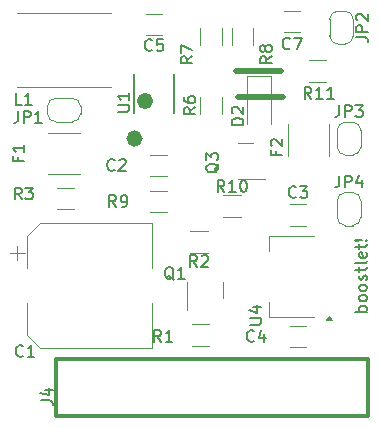
<source format=gto>
G04 #@! TF.GenerationSoftware,KiCad,Pcbnew,8.0.1-rc1*
G04 #@! TF.CreationDate,2024-03-16T10:33:16-04:00*
G04 #@! TF.ProjectId,boostlet,626f6f73-746c-4657-942e-6b696361645f,rev?*
G04 #@! TF.SameCoordinates,Original*
G04 #@! TF.FileFunction,Legend,Top*
G04 #@! TF.FilePolarity,Positive*
%FSLAX46Y46*%
G04 Gerber Fmt 4.6, Leading zero omitted, Abs format (unit mm)*
G04 Created by KiCad (PCBNEW 8.0.1-rc1) date 2024-03-16 10:33:16*
%MOMM*%
%LPD*%
G01*
G04 APERTURE LIST*
%ADD10C,0.500000*%
%ADD11C,0.707905*%
%ADD12C,0.150000*%
%ADD13C,0.200000*%
%ADD14C,0.120000*%
%ADD15C,0.152400*%
%ADD16C,0.300000*%
G04 APERTURE END LIST*
D10*
X125349000Y-85979000D02*
X129159000Y-85979000D01*
X125476000Y-88138000D02*
X129286000Y-88138000D01*
D11*
X117066952Y-91694000D02*
G75*
G02*
X116359048Y-91694000I-353952J0D01*
G01*
X116359048Y-91694000D02*
G75*
G02*
X117066952Y-91694000I353952J0D01*
G01*
X117955952Y-88519000D02*
G75*
G02*
X117248048Y-88519000I-353952J0D01*
G01*
X117248048Y-88519000D02*
G75*
G02*
X117955952Y-88519000I353952J0D01*
G01*
D12*
X136394819Y-106343220D02*
X135394819Y-106343220D01*
X135775771Y-106343220D02*
X135728152Y-106247982D01*
X135728152Y-106247982D02*
X135728152Y-106057506D01*
X135728152Y-106057506D02*
X135775771Y-105962268D01*
X135775771Y-105962268D02*
X135823390Y-105914649D01*
X135823390Y-105914649D02*
X135918628Y-105867030D01*
X135918628Y-105867030D02*
X136204342Y-105867030D01*
X136204342Y-105867030D02*
X136299580Y-105914649D01*
X136299580Y-105914649D02*
X136347200Y-105962268D01*
X136347200Y-105962268D02*
X136394819Y-106057506D01*
X136394819Y-106057506D02*
X136394819Y-106247982D01*
X136394819Y-106247982D02*
X136347200Y-106343220D01*
X136394819Y-105295601D02*
X136347200Y-105390839D01*
X136347200Y-105390839D02*
X136299580Y-105438458D01*
X136299580Y-105438458D02*
X136204342Y-105486077D01*
X136204342Y-105486077D02*
X135918628Y-105486077D01*
X135918628Y-105486077D02*
X135823390Y-105438458D01*
X135823390Y-105438458D02*
X135775771Y-105390839D01*
X135775771Y-105390839D02*
X135728152Y-105295601D01*
X135728152Y-105295601D02*
X135728152Y-105152744D01*
X135728152Y-105152744D02*
X135775771Y-105057506D01*
X135775771Y-105057506D02*
X135823390Y-105009887D01*
X135823390Y-105009887D02*
X135918628Y-104962268D01*
X135918628Y-104962268D02*
X136204342Y-104962268D01*
X136204342Y-104962268D02*
X136299580Y-105009887D01*
X136299580Y-105009887D02*
X136347200Y-105057506D01*
X136347200Y-105057506D02*
X136394819Y-105152744D01*
X136394819Y-105152744D02*
X136394819Y-105295601D01*
X136394819Y-104390839D02*
X136347200Y-104486077D01*
X136347200Y-104486077D02*
X136299580Y-104533696D01*
X136299580Y-104533696D02*
X136204342Y-104581315D01*
X136204342Y-104581315D02*
X135918628Y-104581315D01*
X135918628Y-104581315D02*
X135823390Y-104533696D01*
X135823390Y-104533696D02*
X135775771Y-104486077D01*
X135775771Y-104486077D02*
X135728152Y-104390839D01*
X135728152Y-104390839D02*
X135728152Y-104247982D01*
X135728152Y-104247982D02*
X135775771Y-104152744D01*
X135775771Y-104152744D02*
X135823390Y-104105125D01*
X135823390Y-104105125D02*
X135918628Y-104057506D01*
X135918628Y-104057506D02*
X136204342Y-104057506D01*
X136204342Y-104057506D02*
X136299580Y-104105125D01*
X136299580Y-104105125D02*
X136347200Y-104152744D01*
X136347200Y-104152744D02*
X136394819Y-104247982D01*
X136394819Y-104247982D02*
X136394819Y-104390839D01*
X136347200Y-103676553D02*
X136394819Y-103581315D01*
X136394819Y-103581315D02*
X136394819Y-103390839D01*
X136394819Y-103390839D02*
X136347200Y-103295601D01*
X136347200Y-103295601D02*
X136251961Y-103247982D01*
X136251961Y-103247982D02*
X136204342Y-103247982D01*
X136204342Y-103247982D02*
X136109104Y-103295601D01*
X136109104Y-103295601D02*
X136061485Y-103390839D01*
X136061485Y-103390839D02*
X136061485Y-103533696D01*
X136061485Y-103533696D02*
X136013866Y-103628934D01*
X136013866Y-103628934D02*
X135918628Y-103676553D01*
X135918628Y-103676553D02*
X135871009Y-103676553D01*
X135871009Y-103676553D02*
X135775771Y-103628934D01*
X135775771Y-103628934D02*
X135728152Y-103533696D01*
X135728152Y-103533696D02*
X135728152Y-103390839D01*
X135728152Y-103390839D02*
X135775771Y-103295601D01*
X135728152Y-102962267D02*
X135728152Y-102581315D01*
X135394819Y-102819410D02*
X136251961Y-102819410D01*
X136251961Y-102819410D02*
X136347200Y-102771791D01*
X136347200Y-102771791D02*
X136394819Y-102676553D01*
X136394819Y-102676553D02*
X136394819Y-102581315D01*
X136394819Y-102105124D02*
X136347200Y-102200362D01*
X136347200Y-102200362D02*
X136251961Y-102247981D01*
X136251961Y-102247981D02*
X135394819Y-102247981D01*
X136347200Y-101343219D02*
X136394819Y-101438457D01*
X136394819Y-101438457D02*
X136394819Y-101628933D01*
X136394819Y-101628933D02*
X136347200Y-101724171D01*
X136347200Y-101724171D02*
X136251961Y-101771790D01*
X136251961Y-101771790D02*
X135871009Y-101771790D01*
X135871009Y-101771790D02*
X135775771Y-101724171D01*
X135775771Y-101724171D02*
X135728152Y-101628933D01*
X135728152Y-101628933D02*
X135728152Y-101438457D01*
X135728152Y-101438457D02*
X135775771Y-101343219D01*
X135775771Y-101343219D02*
X135871009Y-101295600D01*
X135871009Y-101295600D02*
X135966247Y-101295600D01*
X135966247Y-101295600D02*
X136061485Y-101771790D01*
X135728152Y-101009885D02*
X135728152Y-100628933D01*
X135394819Y-100867028D02*
X136251961Y-100867028D01*
X136251961Y-100867028D02*
X136347200Y-100819409D01*
X136347200Y-100819409D02*
X136394819Y-100724171D01*
X136394819Y-100724171D02*
X136394819Y-100628933D01*
X136299580Y-100295599D02*
X136347200Y-100247980D01*
X136347200Y-100247980D02*
X136394819Y-100295599D01*
X136394819Y-100295599D02*
X136347200Y-100343218D01*
X136347200Y-100343218D02*
X136299580Y-100295599D01*
X136299580Y-100295599D02*
X136394819Y-100295599D01*
X136013866Y-100295599D02*
X135442438Y-100343218D01*
X135442438Y-100343218D02*
X135394819Y-100295599D01*
X135394819Y-100295599D02*
X135442438Y-100247980D01*
X135442438Y-100247980D02*
X136013866Y-100295599D01*
X136013866Y-100295599D02*
X135394819Y-100295599D01*
X107275333Y-110087580D02*
X107227714Y-110135200D01*
X107227714Y-110135200D02*
X107084857Y-110182819D01*
X107084857Y-110182819D02*
X106989619Y-110182819D01*
X106989619Y-110182819D02*
X106846762Y-110135200D01*
X106846762Y-110135200D02*
X106751524Y-110039961D01*
X106751524Y-110039961D02*
X106703905Y-109944723D01*
X106703905Y-109944723D02*
X106656286Y-109754247D01*
X106656286Y-109754247D02*
X106656286Y-109611390D01*
X106656286Y-109611390D02*
X106703905Y-109420914D01*
X106703905Y-109420914D02*
X106751524Y-109325676D01*
X106751524Y-109325676D02*
X106846762Y-109230438D01*
X106846762Y-109230438D02*
X106989619Y-109182819D01*
X106989619Y-109182819D02*
X107084857Y-109182819D01*
X107084857Y-109182819D02*
X107227714Y-109230438D01*
X107227714Y-109230438D02*
X107275333Y-109278057D01*
X108227714Y-110182819D02*
X107656286Y-110182819D01*
X107942000Y-110182819D02*
X107942000Y-109182819D01*
X107942000Y-109182819D02*
X107846762Y-109325676D01*
X107846762Y-109325676D02*
X107751524Y-109420914D01*
X107751524Y-109420914D02*
X107656286Y-109468533D01*
X128343819Y-84748666D02*
X127867628Y-85081999D01*
X128343819Y-85320094D02*
X127343819Y-85320094D01*
X127343819Y-85320094D02*
X127343819Y-84939142D01*
X127343819Y-84939142D02*
X127391438Y-84843904D01*
X127391438Y-84843904D02*
X127439057Y-84796285D01*
X127439057Y-84796285D02*
X127534295Y-84748666D01*
X127534295Y-84748666D02*
X127677152Y-84748666D01*
X127677152Y-84748666D02*
X127772390Y-84796285D01*
X127772390Y-84796285D02*
X127820009Y-84843904D01*
X127820009Y-84843904D02*
X127867628Y-84939142D01*
X127867628Y-84939142D02*
X127867628Y-85320094D01*
X127772390Y-84177237D02*
X127724771Y-84272475D01*
X127724771Y-84272475D02*
X127677152Y-84320094D01*
X127677152Y-84320094D02*
X127581914Y-84367713D01*
X127581914Y-84367713D02*
X127534295Y-84367713D01*
X127534295Y-84367713D02*
X127439057Y-84320094D01*
X127439057Y-84320094D02*
X127391438Y-84272475D01*
X127391438Y-84272475D02*
X127343819Y-84177237D01*
X127343819Y-84177237D02*
X127343819Y-83986761D01*
X127343819Y-83986761D02*
X127391438Y-83891523D01*
X127391438Y-83891523D02*
X127439057Y-83843904D01*
X127439057Y-83843904D02*
X127534295Y-83796285D01*
X127534295Y-83796285D02*
X127581914Y-83796285D01*
X127581914Y-83796285D02*
X127677152Y-83843904D01*
X127677152Y-83843904D02*
X127724771Y-83891523D01*
X127724771Y-83891523D02*
X127772390Y-83986761D01*
X127772390Y-83986761D02*
X127772390Y-84177237D01*
X127772390Y-84177237D02*
X127820009Y-84272475D01*
X127820009Y-84272475D02*
X127867628Y-84320094D01*
X127867628Y-84320094D02*
X127962866Y-84367713D01*
X127962866Y-84367713D02*
X128153342Y-84367713D01*
X128153342Y-84367713D02*
X128248580Y-84320094D01*
X128248580Y-84320094D02*
X128296200Y-84272475D01*
X128296200Y-84272475D02*
X128343819Y-84177237D01*
X128343819Y-84177237D02*
X128343819Y-83986761D01*
X128343819Y-83986761D02*
X128296200Y-83891523D01*
X128296200Y-83891523D02*
X128248580Y-83843904D01*
X128248580Y-83843904D02*
X128153342Y-83796285D01*
X128153342Y-83796285D02*
X127962866Y-83796285D01*
X127962866Y-83796285D02*
X127867628Y-83843904D01*
X127867628Y-83843904D02*
X127820009Y-83891523D01*
X127820009Y-83891523D02*
X127772390Y-83986761D01*
X115278819Y-89407904D02*
X116088342Y-89407904D01*
X116088342Y-89407904D02*
X116183580Y-89360285D01*
X116183580Y-89360285D02*
X116231200Y-89312666D01*
X116231200Y-89312666D02*
X116278819Y-89217428D01*
X116278819Y-89217428D02*
X116278819Y-89026952D01*
X116278819Y-89026952D02*
X116231200Y-88931714D01*
X116231200Y-88931714D02*
X116183580Y-88884095D01*
X116183580Y-88884095D02*
X116088342Y-88836476D01*
X116088342Y-88836476D02*
X115278819Y-88836476D01*
X116278819Y-87836476D02*
X116278819Y-88407904D01*
X116278819Y-88122190D02*
X115278819Y-88122190D01*
X115278819Y-88122190D02*
X115421676Y-88217428D01*
X115421676Y-88217428D02*
X115516914Y-88312666D01*
X115516914Y-88312666D02*
X115564533Y-88407904D01*
X107148333Y-96847819D02*
X106815000Y-96371628D01*
X106576905Y-96847819D02*
X106576905Y-95847819D01*
X106576905Y-95847819D02*
X106957857Y-95847819D01*
X106957857Y-95847819D02*
X107053095Y-95895438D01*
X107053095Y-95895438D02*
X107100714Y-95943057D01*
X107100714Y-95943057D02*
X107148333Y-96038295D01*
X107148333Y-96038295D02*
X107148333Y-96181152D01*
X107148333Y-96181152D02*
X107100714Y-96276390D01*
X107100714Y-96276390D02*
X107053095Y-96324009D01*
X107053095Y-96324009D02*
X106957857Y-96371628D01*
X106957857Y-96371628D02*
X106576905Y-96371628D01*
X107481667Y-95847819D02*
X108100714Y-95847819D01*
X108100714Y-95847819D02*
X107767381Y-96228771D01*
X107767381Y-96228771D02*
X107910238Y-96228771D01*
X107910238Y-96228771D02*
X108005476Y-96276390D01*
X108005476Y-96276390D02*
X108053095Y-96324009D01*
X108053095Y-96324009D02*
X108100714Y-96419247D01*
X108100714Y-96419247D02*
X108100714Y-96657342D01*
X108100714Y-96657342D02*
X108053095Y-96752580D01*
X108053095Y-96752580D02*
X108005476Y-96800200D01*
X108005476Y-96800200D02*
X107910238Y-96847819D01*
X107910238Y-96847819D02*
X107624524Y-96847819D01*
X107624524Y-96847819D02*
X107529286Y-96800200D01*
X107529286Y-96800200D02*
X107481667Y-96752580D01*
X134040666Y-88862819D02*
X134040666Y-89577104D01*
X134040666Y-89577104D02*
X133993047Y-89719961D01*
X133993047Y-89719961D02*
X133897809Y-89815200D01*
X133897809Y-89815200D02*
X133754952Y-89862819D01*
X133754952Y-89862819D02*
X133659714Y-89862819D01*
X134516857Y-89862819D02*
X134516857Y-88862819D01*
X134516857Y-88862819D02*
X134897809Y-88862819D01*
X134897809Y-88862819D02*
X134993047Y-88910438D01*
X134993047Y-88910438D02*
X135040666Y-88958057D01*
X135040666Y-88958057D02*
X135088285Y-89053295D01*
X135088285Y-89053295D02*
X135088285Y-89196152D01*
X135088285Y-89196152D02*
X135040666Y-89291390D01*
X135040666Y-89291390D02*
X134993047Y-89339009D01*
X134993047Y-89339009D02*
X134897809Y-89386628D01*
X134897809Y-89386628D02*
X134516857Y-89386628D01*
X135421619Y-88862819D02*
X136040666Y-88862819D01*
X136040666Y-88862819D02*
X135707333Y-89243771D01*
X135707333Y-89243771D02*
X135850190Y-89243771D01*
X135850190Y-89243771D02*
X135945428Y-89291390D01*
X135945428Y-89291390D02*
X135993047Y-89339009D01*
X135993047Y-89339009D02*
X136040666Y-89434247D01*
X136040666Y-89434247D02*
X136040666Y-89672342D01*
X136040666Y-89672342D02*
X135993047Y-89767580D01*
X135993047Y-89767580D02*
X135945428Y-89815200D01*
X135945428Y-89815200D02*
X135850190Y-89862819D01*
X135850190Y-89862819D02*
X135564476Y-89862819D01*
X135564476Y-89862819D02*
X135469238Y-89815200D01*
X135469238Y-89815200D02*
X135421619Y-89767580D01*
X135493819Y-83129333D02*
X136208104Y-83129333D01*
X136208104Y-83129333D02*
X136350961Y-83176952D01*
X136350961Y-83176952D02*
X136446200Y-83272190D01*
X136446200Y-83272190D02*
X136493819Y-83415047D01*
X136493819Y-83415047D02*
X136493819Y-83510285D01*
X136493819Y-82653142D02*
X135493819Y-82653142D01*
X135493819Y-82653142D02*
X135493819Y-82272190D01*
X135493819Y-82272190D02*
X135541438Y-82176952D01*
X135541438Y-82176952D02*
X135589057Y-82129333D01*
X135589057Y-82129333D02*
X135684295Y-82081714D01*
X135684295Y-82081714D02*
X135827152Y-82081714D01*
X135827152Y-82081714D02*
X135922390Y-82129333D01*
X135922390Y-82129333D02*
X135970009Y-82176952D01*
X135970009Y-82176952D02*
X136017628Y-82272190D01*
X136017628Y-82272190D02*
X136017628Y-82653142D01*
X135589057Y-81700761D02*
X135541438Y-81653142D01*
X135541438Y-81653142D02*
X135493819Y-81557904D01*
X135493819Y-81557904D02*
X135493819Y-81319809D01*
X135493819Y-81319809D02*
X135541438Y-81224571D01*
X135541438Y-81224571D02*
X135589057Y-81176952D01*
X135589057Y-81176952D02*
X135684295Y-81129333D01*
X135684295Y-81129333D02*
X135779533Y-81129333D01*
X135779533Y-81129333D02*
X135922390Y-81176952D01*
X135922390Y-81176952D02*
X136493819Y-81748380D01*
X136493819Y-81748380D02*
X136493819Y-81129333D01*
X115149333Y-97482818D02*
X114816000Y-97006627D01*
X114577905Y-97482818D02*
X114577905Y-96482818D01*
X114577905Y-96482818D02*
X114958857Y-96482818D01*
X114958857Y-96482818D02*
X115054095Y-96530437D01*
X115054095Y-96530437D02*
X115101714Y-96578056D01*
X115101714Y-96578056D02*
X115149333Y-96673294D01*
X115149333Y-96673294D02*
X115149333Y-96816151D01*
X115149333Y-96816151D02*
X115101714Y-96911389D01*
X115101714Y-96911389D02*
X115054095Y-96959008D01*
X115054095Y-96959008D02*
X114958857Y-97006627D01*
X114958857Y-97006627D02*
X114577905Y-97006627D01*
X115625524Y-97482818D02*
X115816000Y-97482818D01*
X115816000Y-97482818D02*
X115911238Y-97435199D01*
X115911238Y-97435199D02*
X115958857Y-97387579D01*
X115958857Y-97387579D02*
X116054095Y-97244722D01*
X116054095Y-97244722D02*
X116101714Y-97054246D01*
X116101714Y-97054246D02*
X116101714Y-96673294D01*
X116101714Y-96673294D02*
X116054095Y-96578056D01*
X116054095Y-96578056D02*
X116006476Y-96530437D01*
X116006476Y-96530437D02*
X115911238Y-96482818D01*
X115911238Y-96482818D02*
X115720762Y-96482818D01*
X115720762Y-96482818D02*
X115625524Y-96530437D01*
X115625524Y-96530437D02*
X115577905Y-96578056D01*
X115577905Y-96578056D02*
X115530286Y-96673294D01*
X115530286Y-96673294D02*
X115530286Y-96911389D01*
X115530286Y-96911389D02*
X115577905Y-97006627D01*
X115577905Y-97006627D02*
X115625524Y-97054246D01*
X115625524Y-97054246D02*
X115720762Y-97101865D01*
X115720762Y-97101865D02*
X115911238Y-97101865D01*
X115911238Y-97101865D02*
X116006476Y-97054246D01*
X116006476Y-97054246D02*
X116054095Y-97006627D01*
X116054095Y-97006627D02*
X116101714Y-96911389D01*
X121612819Y-84748666D02*
X121136628Y-85081999D01*
X121612819Y-85320094D02*
X120612819Y-85320094D01*
X120612819Y-85320094D02*
X120612819Y-84939142D01*
X120612819Y-84939142D02*
X120660438Y-84843904D01*
X120660438Y-84843904D02*
X120708057Y-84796285D01*
X120708057Y-84796285D02*
X120803295Y-84748666D01*
X120803295Y-84748666D02*
X120946152Y-84748666D01*
X120946152Y-84748666D02*
X121041390Y-84796285D01*
X121041390Y-84796285D02*
X121089009Y-84843904D01*
X121089009Y-84843904D02*
X121136628Y-84939142D01*
X121136628Y-84939142D02*
X121136628Y-85320094D01*
X120612819Y-84415332D02*
X120612819Y-83748666D01*
X120612819Y-83748666D02*
X121612819Y-84177237D01*
X118959333Y-108912819D02*
X118626000Y-108436628D01*
X118387905Y-108912819D02*
X118387905Y-107912819D01*
X118387905Y-107912819D02*
X118768857Y-107912819D01*
X118768857Y-107912819D02*
X118864095Y-107960438D01*
X118864095Y-107960438D02*
X118911714Y-108008057D01*
X118911714Y-108008057D02*
X118959333Y-108103295D01*
X118959333Y-108103295D02*
X118959333Y-108246152D01*
X118959333Y-108246152D02*
X118911714Y-108341390D01*
X118911714Y-108341390D02*
X118864095Y-108389009D01*
X118864095Y-108389009D02*
X118768857Y-108436628D01*
X118768857Y-108436628D02*
X118387905Y-108436628D01*
X119911714Y-108912819D02*
X119340286Y-108912819D01*
X119626000Y-108912819D02*
X119626000Y-107912819D01*
X119626000Y-107912819D02*
X119530762Y-108055676D01*
X119530762Y-108055676D02*
X119435524Y-108150914D01*
X119435524Y-108150914D02*
X119340286Y-108198533D01*
X131691142Y-88338819D02*
X131357809Y-87862628D01*
X131119714Y-88338819D02*
X131119714Y-87338819D01*
X131119714Y-87338819D02*
X131500666Y-87338819D01*
X131500666Y-87338819D02*
X131595904Y-87386438D01*
X131595904Y-87386438D02*
X131643523Y-87434057D01*
X131643523Y-87434057D02*
X131691142Y-87529295D01*
X131691142Y-87529295D02*
X131691142Y-87672152D01*
X131691142Y-87672152D02*
X131643523Y-87767390D01*
X131643523Y-87767390D02*
X131595904Y-87815009D01*
X131595904Y-87815009D02*
X131500666Y-87862628D01*
X131500666Y-87862628D02*
X131119714Y-87862628D01*
X132643523Y-88338819D02*
X132072095Y-88338819D01*
X132357809Y-88338819D02*
X132357809Y-87338819D01*
X132357809Y-87338819D02*
X132262571Y-87481676D01*
X132262571Y-87481676D02*
X132167333Y-87576914D01*
X132167333Y-87576914D02*
X132072095Y-87624533D01*
X133595904Y-88338819D02*
X133024476Y-88338819D01*
X133310190Y-88338819D02*
X133310190Y-87338819D01*
X133310190Y-87338819D02*
X133214952Y-87481676D01*
X133214952Y-87481676D02*
X133119714Y-87576914D01*
X133119714Y-87576914D02*
X133024476Y-87624533D01*
X120046761Y-103674057D02*
X119951523Y-103626438D01*
X119951523Y-103626438D02*
X119856285Y-103531200D01*
X119856285Y-103531200D02*
X119713428Y-103388342D01*
X119713428Y-103388342D02*
X119618190Y-103340723D01*
X119618190Y-103340723D02*
X119522952Y-103340723D01*
X119570571Y-103578819D02*
X119475333Y-103531200D01*
X119475333Y-103531200D02*
X119380095Y-103435961D01*
X119380095Y-103435961D02*
X119332476Y-103245485D01*
X119332476Y-103245485D02*
X119332476Y-102912152D01*
X119332476Y-102912152D02*
X119380095Y-102721676D01*
X119380095Y-102721676D02*
X119475333Y-102626438D01*
X119475333Y-102626438D02*
X119570571Y-102578819D01*
X119570571Y-102578819D02*
X119761047Y-102578819D01*
X119761047Y-102578819D02*
X119856285Y-102626438D01*
X119856285Y-102626438D02*
X119951523Y-102721676D01*
X119951523Y-102721676D02*
X119999142Y-102912152D01*
X119999142Y-102912152D02*
X119999142Y-103245485D01*
X119999142Y-103245485D02*
X119951523Y-103435961D01*
X119951523Y-103435961D02*
X119856285Y-103531200D01*
X119856285Y-103531200D02*
X119761047Y-103578819D01*
X119761047Y-103578819D02*
X119570571Y-103578819D01*
X120951523Y-103578819D02*
X120380095Y-103578819D01*
X120665809Y-103578819D02*
X120665809Y-102578819D01*
X120665809Y-102578819D02*
X120570571Y-102721676D01*
X120570571Y-102721676D02*
X120475333Y-102816914D01*
X120475333Y-102816914D02*
X120380095Y-102864533D01*
X106865009Y-93297333D02*
X106865009Y-93630666D01*
X107388819Y-93630666D02*
X106388819Y-93630666D01*
X106388819Y-93630666D02*
X106388819Y-93154476D01*
X107388819Y-92249714D02*
X107388819Y-92821142D01*
X107388819Y-92535428D02*
X106388819Y-92535428D01*
X106388819Y-92535428D02*
X106531676Y-92630666D01*
X106531676Y-92630666D02*
X106626914Y-92725904D01*
X106626914Y-92725904D02*
X106674533Y-92821142D01*
X122007333Y-102562819D02*
X121674000Y-102086628D01*
X121435905Y-102562819D02*
X121435905Y-101562819D01*
X121435905Y-101562819D02*
X121816857Y-101562819D01*
X121816857Y-101562819D02*
X121912095Y-101610438D01*
X121912095Y-101610438D02*
X121959714Y-101658057D01*
X121959714Y-101658057D02*
X122007333Y-101753295D01*
X122007333Y-101753295D02*
X122007333Y-101896152D01*
X122007333Y-101896152D02*
X121959714Y-101991390D01*
X121959714Y-101991390D02*
X121912095Y-102039009D01*
X121912095Y-102039009D02*
X121816857Y-102086628D01*
X121816857Y-102086628D02*
X121435905Y-102086628D01*
X122388286Y-101658057D02*
X122435905Y-101610438D01*
X122435905Y-101610438D02*
X122531143Y-101562819D01*
X122531143Y-101562819D02*
X122769238Y-101562819D01*
X122769238Y-101562819D02*
X122864476Y-101610438D01*
X122864476Y-101610438D02*
X122912095Y-101658057D01*
X122912095Y-101658057D02*
X122959714Y-101753295D01*
X122959714Y-101753295D02*
X122959714Y-101848533D01*
X122959714Y-101848533D02*
X122912095Y-101991390D01*
X122912095Y-101991390D02*
X122340667Y-102562819D01*
X122340667Y-102562819D02*
X122959714Y-102562819D01*
X130389333Y-96625580D02*
X130341714Y-96673200D01*
X130341714Y-96673200D02*
X130198857Y-96720819D01*
X130198857Y-96720819D02*
X130103619Y-96720819D01*
X130103619Y-96720819D02*
X129960762Y-96673200D01*
X129960762Y-96673200D02*
X129865524Y-96577961D01*
X129865524Y-96577961D02*
X129817905Y-96482723D01*
X129817905Y-96482723D02*
X129770286Y-96292247D01*
X129770286Y-96292247D02*
X129770286Y-96149390D01*
X129770286Y-96149390D02*
X129817905Y-95958914D01*
X129817905Y-95958914D02*
X129865524Y-95863676D01*
X129865524Y-95863676D02*
X129960762Y-95768438D01*
X129960762Y-95768438D02*
X130103619Y-95720819D01*
X130103619Y-95720819D02*
X130198857Y-95720819D01*
X130198857Y-95720819D02*
X130341714Y-95768438D01*
X130341714Y-95768438D02*
X130389333Y-95816057D01*
X130722667Y-95720819D02*
X131341714Y-95720819D01*
X131341714Y-95720819D02*
X131008381Y-96101771D01*
X131008381Y-96101771D02*
X131151238Y-96101771D01*
X131151238Y-96101771D02*
X131246476Y-96149390D01*
X131246476Y-96149390D02*
X131294095Y-96197009D01*
X131294095Y-96197009D02*
X131341714Y-96292247D01*
X131341714Y-96292247D02*
X131341714Y-96530342D01*
X131341714Y-96530342D02*
X131294095Y-96625580D01*
X131294095Y-96625580D02*
X131246476Y-96673200D01*
X131246476Y-96673200D02*
X131151238Y-96720819D01*
X131151238Y-96720819D02*
X130865524Y-96720819D01*
X130865524Y-96720819D02*
X130770286Y-96673200D01*
X130770286Y-96673200D02*
X130722667Y-96625580D01*
X106862666Y-89370819D02*
X106862666Y-90085104D01*
X106862666Y-90085104D02*
X106815047Y-90227961D01*
X106815047Y-90227961D02*
X106719809Y-90323200D01*
X106719809Y-90323200D02*
X106576952Y-90370819D01*
X106576952Y-90370819D02*
X106481714Y-90370819D01*
X107338857Y-90370819D02*
X107338857Y-89370819D01*
X107338857Y-89370819D02*
X107719809Y-89370819D01*
X107719809Y-89370819D02*
X107815047Y-89418438D01*
X107815047Y-89418438D02*
X107862666Y-89466057D01*
X107862666Y-89466057D02*
X107910285Y-89561295D01*
X107910285Y-89561295D02*
X107910285Y-89704152D01*
X107910285Y-89704152D02*
X107862666Y-89799390D01*
X107862666Y-89799390D02*
X107815047Y-89847009D01*
X107815047Y-89847009D02*
X107719809Y-89894628D01*
X107719809Y-89894628D02*
X107338857Y-89894628D01*
X108862666Y-90370819D02*
X108291238Y-90370819D01*
X108576952Y-90370819D02*
X108576952Y-89370819D01*
X108576952Y-89370819D02*
X108481714Y-89513676D01*
X108481714Y-89513676D02*
X108386476Y-89608914D01*
X108386476Y-89608914D02*
X108291238Y-89656533D01*
X126833333Y-108817580D02*
X126785714Y-108865200D01*
X126785714Y-108865200D02*
X126642857Y-108912819D01*
X126642857Y-108912819D02*
X126547619Y-108912819D01*
X126547619Y-108912819D02*
X126404762Y-108865200D01*
X126404762Y-108865200D02*
X126309524Y-108769961D01*
X126309524Y-108769961D02*
X126261905Y-108674723D01*
X126261905Y-108674723D02*
X126214286Y-108484247D01*
X126214286Y-108484247D02*
X126214286Y-108341390D01*
X126214286Y-108341390D02*
X126261905Y-108150914D01*
X126261905Y-108150914D02*
X126309524Y-108055676D01*
X126309524Y-108055676D02*
X126404762Y-107960438D01*
X126404762Y-107960438D02*
X126547619Y-107912819D01*
X126547619Y-107912819D02*
X126642857Y-107912819D01*
X126642857Y-107912819D02*
X126785714Y-107960438D01*
X126785714Y-107960438D02*
X126833333Y-108008057D01*
X127690476Y-108246152D02*
X127690476Y-108912819D01*
X127452381Y-107865200D02*
X127214286Y-108579485D01*
X127214286Y-108579485D02*
X127833333Y-108579485D01*
X134040666Y-94831819D02*
X134040666Y-95546104D01*
X134040666Y-95546104D02*
X133993047Y-95688961D01*
X133993047Y-95688961D02*
X133897809Y-95784200D01*
X133897809Y-95784200D02*
X133754952Y-95831819D01*
X133754952Y-95831819D02*
X133659714Y-95831819D01*
X134516857Y-95831819D02*
X134516857Y-94831819D01*
X134516857Y-94831819D02*
X134897809Y-94831819D01*
X134897809Y-94831819D02*
X134993047Y-94879438D01*
X134993047Y-94879438D02*
X135040666Y-94927057D01*
X135040666Y-94927057D02*
X135088285Y-95022295D01*
X135088285Y-95022295D02*
X135088285Y-95165152D01*
X135088285Y-95165152D02*
X135040666Y-95260390D01*
X135040666Y-95260390D02*
X134993047Y-95308009D01*
X134993047Y-95308009D02*
X134897809Y-95355628D01*
X134897809Y-95355628D02*
X134516857Y-95355628D01*
X135945428Y-95165152D02*
X135945428Y-95831819D01*
X135707333Y-94784200D02*
X135469238Y-95498485D01*
X135469238Y-95498485D02*
X136088285Y-95498485D01*
X118197333Y-84179580D02*
X118149714Y-84227200D01*
X118149714Y-84227200D02*
X118006857Y-84274819D01*
X118006857Y-84274819D02*
X117911619Y-84274819D01*
X117911619Y-84274819D02*
X117768762Y-84227200D01*
X117768762Y-84227200D02*
X117673524Y-84131961D01*
X117673524Y-84131961D02*
X117625905Y-84036723D01*
X117625905Y-84036723D02*
X117578286Y-83846247D01*
X117578286Y-83846247D02*
X117578286Y-83703390D01*
X117578286Y-83703390D02*
X117625905Y-83512914D01*
X117625905Y-83512914D02*
X117673524Y-83417676D01*
X117673524Y-83417676D02*
X117768762Y-83322438D01*
X117768762Y-83322438D02*
X117911619Y-83274819D01*
X117911619Y-83274819D02*
X118006857Y-83274819D01*
X118006857Y-83274819D02*
X118149714Y-83322438D01*
X118149714Y-83322438D02*
X118197333Y-83370057D01*
X119102095Y-83274819D02*
X118625905Y-83274819D01*
X118625905Y-83274819D02*
X118578286Y-83751009D01*
X118578286Y-83751009D02*
X118625905Y-83703390D01*
X118625905Y-83703390D02*
X118721143Y-83655771D01*
X118721143Y-83655771D02*
X118959238Y-83655771D01*
X118959238Y-83655771D02*
X119054476Y-83703390D01*
X119054476Y-83703390D02*
X119102095Y-83751009D01*
X119102095Y-83751009D02*
X119149714Y-83846247D01*
X119149714Y-83846247D02*
X119149714Y-84084342D01*
X119149714Y-84084342D02*
X119102095Y-84179580D01*
X119102095Y-84179580D02*
X119054476Y-84227200D01*
X119054476Y-84227200D02*
X118959238Y-84274819D01*
X118959238Y-84274819D02*
X118721143Y-84274819D01*
X118721143Y-84274819D02*
X118625905Y-84227200D01*
X118625905Y-84227200D02*
X118578286Y-84179580D01*
X124325142Y-96212819D02*
X123991809Y-95736628D01*
X123753714Y-96212819D02*
X123753714Y-95212819D01*
X123753714Y-95212819D02*
X124134666Y-95212819D01*
X124134666Y-95212819D02*
X124229904Y-95260438D01*
X124229904Y-95260438D02*
X124277523Y-95308057D01*
X124277523Y-95308057D02*
X124325142Y-95403295D01*
X124325142Y-95403295D02*
X124325142Y-95546152D01*
X124325142Y-95546152D02*
X124277523Y-95641390D01*
X124277523Y-95641390D02*
X124229904Y-95689009D01*
X124229904Y-95689009D02*
X124134666Y-95736628D01*
X124134666Y-95736628D02*
X123753714Y-95736628D01*
X125277523Y-96212819D02*
X124706095Y-96212819D01*
X124991809Y-96212819D02*
X124991809Y-95212819D01*
X124991809Y-95212819D02*
X124896571Y-95355676D01*
X124896571Y-95355676D02*
X124801333Y-95450914D01*
X124801333Y-95450914D02*
X124706095Y-95498533D01*
X125896571Y-95212819D02*
X125991809Y-95212819D01*
X125991809Y-95212819D02*
X126087047Y-95260438D01*
X126087047Y-95260438D02*
X126134666Y-95308057D01*
X126134666Y-95308057D02*
X126182285Y-95403295D01*
X126182285Y-95403295D02*
X126229904Y-95593771D01*
X126229904Y-95593771D02*
X126229904Y-95831866D01*
X126229904Y-95831866D02*
X126182285Y-96022342D01*
X126182285Y-96022342D02*
X126134666Y-96117580D01*
X126134666Y-96117580D02*
X126087047Y-96165200D01*
X126087047Y-96165200D02*
X125991809Y-96212819D01*
X125991809Y-96212819D02*
X125896571Y-96212819D01*
X125896571Y-96212819D02*
X125801333Y-96165200D01*
X125801333Y-96165200D02*
X125753714Y-96117580D01*
X125753714Y-96117580D02*
X125706095Y-96022342D01*
X125706095Y-96022342D02*
X125658476Y-95831866D01*
X125658476Y-95831866D02*
X125658476Y-95593771D01*
X125658476Y-95593771D02*
X125706095Y-95403295D01*
X125706095Y-95403295D02*
X125753714Y-95308057D01*
X125753714Y-95308057D02*
X125801333Y-95260438D01*
X125801333Y-95260438D02*
X125896571Y-95212819D01*
X123867057Y-93821238D02*
X123819438Y-93916476D01*
X123819438Y-93916476D02*
X123724200Y-94011714D01*
X123724200Y-94011714D02*
X123581342Y-94154571D01*
X123581342Y-94154571D02*
X123533723Y-94249809D01*
X123533723Y-94249809D02*
X123533723Y-94345047D01*
X123771819Y-94297428D02*
X123724200Y-94392666D01*
X123724200Y-94392666D02*
X123628961Y-94487904D01*
X123628961Y-94487904D02*
X123438485Y-94535523D01*
X123438485Y-94535523D02*
X123105152Y-94535523D01*
X123105152Y-94535523D02*
X122914676Y-94487904D01*
X122914676Y-94487904D02*
X122819438Y-94392666D01*
X122819438Y-94392666D02*
X122771819Y-94297428D01*
X122771819Y-94297428D02*
X122771819Y-94106952D01*
X122771819Y-94106952D02*
X122819438Y-94011714D01*
X122819438Y-94011714D02*
X122914676Y-93916476D01*
X122914676Y-93916476D02*
X123105152Y-93868857D01*
X123105152Y-93868857D02*
X123438485Y-93868857D01*
X123438485Y-93868857D02*
X123628961Y-93916476D01*
X123628961Y-93916476D02*
X123724200Y-94011714D01*
X123724200Y-94011714D02*
X123771819Y-94106952D01*
X123771819Y-94106952D02*
X123771819Y-94297428D01*
X122771819Y-93535523D02*
X122771819Y-92916476D01*
X122771819Y-92916476D02*
X123152771Y-93249809D01*
X123152771Y-93249809D02*
X123152771Y-93106952D01*
X123152771Y-93106952D02*
X123200390Y-93011714D01*
X123200390Y-93011714D02*
X123248009Y-92964095D01*
X123248009Y-92964095D02*
X123343247Y-92916476D01*
X123343247Y-92916476D02*
X123581342Y-92916476D01*
X123581342Y-92916476D02*
X123676580Y-92964095D01*
X123676580Y-92964095D02*
X123724200Y-93011714D01*
X123724200Y-93011714D02*
X123771819Y-93106952D01*
X123771819Y-93106952D02*
X123771819Y-93392666D01*
X123771819Y-93392666D02*
X123724200Y-93487904D01*
X123724200Y-93487904D02*
X123676580Y-93535523D01*
X129881333Y-84052580D02*
X129833714Y-84100200D01*
X129833714Y-84100200D02*
X129690857Y-84147819D01*
X129690857Y-84147819D02*
X129595619Y-84147819D01*
X129595619Y-84147819D02*
X129452762Y-84100200D01*
X129452762Y-84100200D02*
X129357524Y-84004961D01*
X129357524Y-84004961D02*
X129309905Y-83909723D01*
X129309905Y-83909723D02*
X129262286Y-83719247D01*
X129262286Y-83719247D02*
X129262286Y-83576390D01*
X129262286Y-83576390D02*
X129309905Y-83385914D01*
X129309905Y-83385914D02*
X129357524Y-83290676D01*
X129357524Y-83290676D02*
X129452762Y-83195438D01*
X129452762Y-83195438D02*
X129595619Y-83147819D01*
X129595619Y-83147819D02*
X129690857Y-83147819D01*
X129690857Y-83147819D02*
X129833714Y-83195438D01*
X129833714Y-83195438D02*
X129881333Y-83243057D01*
X130214667Y-83147819D02*
X130881333Y-83147819D01*
X130881333Y-83147819D02*
X130452762Y-84147819D01*
X126454819Y-107441904D02*
X127264342Y-107441904D01*
X127264342Y-107441904D02*
X127359580Y-107394285D01*
X127359580Y-107394285D02*
X127407200Y-107346666D01*
X127407200Y-107346666D02*
X127454819Y-107251428D01*
X127454819Y-107251428D02*
X127454819Y-107060952D01*
X127454819Y-107060952D02*
X127407200Y-106965714D01*
X127407200Y-106965714D02*
X127359580Y-106918095D01*
X127359580Y-106918095D02*
X127264342Y-106870476D01*
X127264342Y-106870476D02*
X126454819Y-106870476D01*
X126788152Y-105965714D02*
X127454819Y-105965714D01*
X126407200Y-106203809D02*
X127121485Y-106441904D01*
X127121485Y-106441904D02*
X127121485Y-105822857D01*
X125930819Y-90527094D02*
X124930819Y-90527094D01*
X124930819Y-90527094D02*
X124930819Y-90288999D01*
X124930819Y-90288999D02*
X124978438Y-90146142D01*
X124978438Y-90146142D02*
X125073676Y-90050904D01*
X125073676Y-90050904D02*
X125168914Y-90003285D01*
X125168914Y-90003285D02*
X125359390Y-89955666D01*
X125359390Y-89955666D02*
X125502247Y-89955666D01*
X125502247Y-89955666D02*
X125692723Y-90003285D01*
X125692723Y-90003285D02*
X125787961Y-90050904D01*
X125787961Y-90050904D02*
X125883200Y-90146142D01*
X125883200Y-90146142D02*
X125930819Y-90288999D01*
X125930819Y-90288999D02*
X125930819Y-90527094D01*
X125026057Y-89574713D02*
X124978438Y-89527094D01*
X124978438Y-89527094D02*
X124930819Y-89431856D01*
X124930819Y-89431856D02*
X124930819Y-89193761D01*
X124930819Y-89193761D02*
X124978438Y-89098523D01*
X124978438Y-89098523D02*
X125026057Y-89050904D01*
X125026057Y-89050904D02*
X125121295Y-89003285D01*
X125121295Y-89003285D02*
X125216533Y-89003285D01*
X125216533Y-89003285D02*
X125359390Y-89050904D01*
X125359390Y-89050904D02*
X125930819Y-89622332D01*
X125930819Y-89622332D02*
X125930819Y-89003285D01*
X115022333Y-94339580D02*
X114974714Y-94387200D01*
X114974714Y-94387200D02*
X114831857Y-94434819D01*
X114831857Y-94434819D02*
X114736619Y-94434819D01*
X114736619Y-94434819D02*
X114593762Y-94387200D01*
X114593762Y-94387200D02*
X114498524Y-94291961D01*
X114498524Y-94291961D02*
X114450905Y-94196723D01*
X114450905Y-94196723D02*
X114403286Y-94006247D01*
X114403286Y-94006247D02*
X114403286Y-93863390D01*
X114403286Y-93863390D02*
X114450905Y-93672914D01*
X114450905Y-93672914D02*
X114498524Y-93577676D01*
X114498524Y-93577676D02*
X114593762Y-93482438D01*
X114593762Y-93482438D02*
X114736619Y-93434819D01*
X114736619Y-93434819D02*
X114831857Y-93434819D01*
X114831857Y-93434819D02*
X114974714Y-93482438D01*
X114974714Y-93482438D02*
X115022333Y-93530057D01*
X115403286Y-93530057D02*
X115450905Y-93482438D01*
X115450905Y-93482438D02*
X115546143Y-93434819D01*
X115546143Y-93434819D02*
X115784238Y-93434819D01*
X115784238Y-93434819D02*
X115879476Y-93482438D01*
X115879476Y-93482438D02*
X115927095Y-93530057D01*
X115927095Y-93530057D02*
X115974714Y-93625295D01*
X115974714Y-93625295D02*
X115974714Y-93720533D01*
X115974714Y-93720533D02*
X115927095Y-93863390D01*
X115927095Y-93863390D02*
X115355667Y-94434819D01*
X115355667Y-94434819D02*
X115974714Y-94434819D01*
X107148333Y-88846819D02*
X106672143Y-88846819D01*
X106672143Y-88846819D02*
X106672143Y-87846819D01*
X108005476Y-88846819D02*
X107434048Y-88846819D01*
X107719762Y-88846819D02*
X107719762Y-87846819D01*
X107719762Y-87846819D02*
X107624524Y-87989676D01*
X107624524Y-87989676D02*
X107529286Y-88084914D01*
X107529286Y-88084914D02*
X107434048Y-88132533D01*
X121866819Y-89066666D02*
X121390628Y-89399999D01*
X121866819Y-89638094D02*
X120866819Y-89638094D01*
X120866819Y-89638094D02*
X120866819Y-89257142D01*
X120866819Y-89257142D02*
X120914438Y-89161904D01*
X120914438Y-89161904D02*
X120962057Y-89114285D01*
X120962057Y-89114285D02*
X121057295Y-89066666D01*
X121057295Y-89066666D02*
X121200152Y-89066666D01*
X121200152Y-89066666D02*
X121295390Y-89114285D01*
X121295390Y-89114285D02*
X121343009Y-89161904D01*
X121343009Y-89161904D02*
X121390628Y-89257142D01*
X121390628Y-89257142D02*
X121390628Y-89638094D01*
X120866819Y-88209523D02*
X120866819Y-88399999D01*
X120866819Y-88399999D02*
X120914438Y-88495237D01*
X120914438Y-88495237D02*
X120962057Y-88542856D01*
X120962057Y-88542856D02*
X121104914Y-88638094D01*
X121104914Y-88638094D02*
X121295390Y-88685713D01*
X121295390Y-88685713D02*
X121676342Y-88685713D01*
X121676342Y-88685713D02*
X121771580Y-88638094D01*
X121771580Y-88638094D02*
X121819200Y-88590475D01*
X121819200Y-88590475D02*
X121866819Y-88495237D01*
X121866819Y-88495237D02*
X121866819Y-88304761D01*
X121866819Y-88304761D02*
X121819200Y-88209523D01*
X121819200Y-88209523D02*
X121771580Y-88161904D01*
X121771580Y-88161904D02*
X121676342Y-88114285D01*
X121676342Y-88114285D02*
X121438247Y-88114285D01*
X121438247Y-88114285D02*
X121343009Y-88161904D01*
X121343009Y-88161904D02*
X121295390Y-88209523D01*
X121295390Y-88209523D02*
X121247771Y-88304761D01*
X121247771Y-88304761D02*
X121247771Y-88495237D01*
X121247771Y-88495237D02*
X121295390Y-88590475D01*
X121295390Y-88590475D02*
X121343009Y-88638094D01*
X121343009Y-88638094D02*
X121438247Y-88685713D01*
D13*
X108799219Y-113871333D02*
X109513504Y-113871333D01*
X109513504Y-113871333D02*
X109656361Y-113918952D01*
X109656361Y-113918952D02*
X109751600Y-114014190D01*
X109751600Y-114014190D02*
X109799219Y-114157047D01*
X109799219Y-114157047D02*
X109799219Y-114252285D01*
X109132552Y-112966571D02*
X109799219Y-112966571D01*
X108751600Y-113204666D02*
X109465885Y-113442761D01*
X109465885Y-113442761D02*
X109465885Y-112823714D01*
D12*
X128709009Y-92789333D02*
X128709009Y-93122666D01*
X129232819Y-93122666D02*
X128232819Y-93122666D01*
X128232819Y-93122666D02*
X128232819Y-92646476D01*
X128328057Y-92313142D02*
X128280438Y-92265523D01*
X128280438Y-92265523D02*
X128232819Y-92170285D01*
X128232819Y-92170285D02*
X128232819Y-91932190D01*
X128232819Y-91932190D02*
X128280438Y-91836952D01*
X128280438Y-91836952D02*
X128328057Y-91789333D01*
X128328057Y-91789333D02*
X128423295Y-91741714D01*
X128423295Y-91741714D02*
X128518533Y-91741714D01*
X128518533Y-91741714D02*
X128661390Y-91789333D01*
X128661390Y-91789333D02*
X129232819Y-92360761D01*
X129232819Y-92360761D02*
X129232819Y-91741714D01*
D14*
G04 #@! TO.C,C1*
X106153000Y-101380000D02*
X107403000Y-101380000D01*
X106778000Y-100755000D02*
X106778000Y-102005000D01*
X107643000Y-99944437D02*
X107643000Y-102630000D01*
X107643000Y-99944437D02*
X108707437Y-98880000D01*
X107643000Y-108335563D02*
X107643000Y-105650000D01*
X107643000Y-108335563D02*
X108707437Y-109400000D01*
X108707437Y-98880000D02*
X118163000Y-98880000D01*
X108707437Y-109400000D02*
X118163000Y-109400000D01*
X118163000Y-98880000D02*
X118163000Y-102630000D01*
X118163000Y-109400000D02*
X118163000Y-105650000D01*
G04 #@! TO.C,R8*
X124947000Y-83785064D02*
X124947000Y-82330936D01*
X126767000Y-83785064D02*
X126767000Y-82330936D01*
D15*
G04 #@! TO.C,U1*
X116687600Y-86207600D02*
X116687600Y-89560400D01*
X120040400Y-89560400D02*
X120040400Y-86207600D01*
D14*
G04 #@! TO.C,R3*
X110143936Y-95864000D02*
X111598064Y-95864000D01*
X110143936Y-97684000D02*
X111598064Y-97684000D01*
G04 #@! TO.C,JP3*
X133874000Y-92394000D02*
X133874000Y-90994000D01*
X134574000Y-90294000D02*
X135174000Y-90294000D01*
X135174000Y-93094000D02*
X134574000Y-93094000D01*
X135874000Y-90994000D02*
X135874000Y-92394000D01*
X133874000Y-90994000D02*
G75*
G02*
X134574000Y-90294000I699999J1D01*
G01*
X134574000Y-93094000D02*
G75*
G02*
X133874000Y-92394000I0J700000D01*
G01*
X135174000Y-90294000D02*
G75*
G02*
X135874000Y-90994000I1J-699999D01*
G01*
X135874000Y-92394000D02*
G75*
G02*
X135174000Y-93094000I-700000J0D01*
G01*
G04 #@! TO.C,JP2*
X133239000Y-82996000D02*
X133239000Y-81596000D01*
X133939000Y-80896000D02*
X134539000Y-80896000D01*
X134539000Y-83696000D02*
X133939000Y-83696000D01*
X135239000Y-81596000D02*
X135239000Y-82996000D01*
X133239000Y-81596000D02*
G75*
G02*
X133939000Y-80896000I699999J1D01*
G01*
X133939000Y-83696000D02*
G75*
G02*
X133239000Y-82996000I0J700000D01*
G01*
X134539000Y-80896000D02*
G75*
G02*
X135239000Y-81596000I1J-699999D01*
G01*
X135239000Y-82996000D02*
G75*
G02*
X134539000Y-83696000I-700000J0D01*
G01*
G04 #@! TO.C,R9*
X118017936Y-96118000D02*
X119472064Y-96118000D01*
X118017936Y-97938000D02*
X119472064Y-97938000D01*
G04 #@! TO.C,R7*
X122280000Y-82330936D02*
X122280000Y-83785064D01*
X124100000Y-82330936D02*
X124100000Y-83785064D01*
G04 #@! TO.C,R1*
X121573936Y-107421000D02*
X123028064Y-107421000D01*
X121573936Y-109241000D02*
X123028064Y-109241000D01*
G04 #@! TO.C,R11*
X131479936Y-85069000D02*
X132934064Y-85069000D01*
X131479936Y-86889000D02*
X132934064Y-86889000D01*
G04 #@! TO.C,Q1*
X121122000Y-104521000D02*
X121122000Y-103871000D01*
X121122000Y-104521000D02*
X121122000Y-106196000D01*
X124242000Y-104521000D02*
X124242000Y-103871000D01*
X124242000Y-104521000D02*
X124242000Y-105171000D01*
G04 #@! TO.C,F1*
X112130252Y-91254000D02*
X109357748Y-91254000D01*
X112130252Y-94674000D02*
X109357748Y-94674000D01*
G04 #@! TO.C,R2*
X121446936Y-99547000D02*
X122901064Y-99547000D01*
X121446936Y-101367000D02*
X122901064Y-101367000D01*
G04 #@! TO.C,C3*
X131267252Y-97261000D02*
X129844748Y-97261000D01*
X131267252Y-99081000D02*
X129844748Y-99081000D01*
G04 #@! TO.C,JP1*
X109344000Y-89581000D02*
X109344000Y-88981000D01*
X110044000Y-88281000D02*
X111444000Y-88281000D01*
X111444000Y-90281000D02*
X110044000Y-90281000D01*
X112144000Y-88981000D02*
X112144000Y-89581000D01*
X109344000Y-88981000D02*
G75*
G02*
X110044000Y-88281000I699999J1D01*
G01*
X110044000Y-90281000D02*
G75*
G02*
X109344000Y-89581000I-1J699999D01*
G01*
X111444000Y-88281000D02*
G75*
G02*
X112144000Y-88981000I0J-700000D01*
G01*
X112144000Y-89581000D02*
G75*
G02*
X111444000Y-90281000I-700000J0D01*
G01*
G04 #@! TO.C,C4*
X129844748Y-107548000D02*
X131267252Y-107548000D01*
X129844748Y-109368000D02*
X131267252Y-109368000D01*
G04 #@! TO.C,JP4*
X133874000Y-98363000D02*
X133874000Y-96963000D01*
X134574000Y-96263000D02*
X135174000Y-96263000D01*
X135174000Y-99063000D02*
X134574000Y-99063000D01*
X135874000Y-96963000D02*
X135874000Y-98363000D01*
X133874000Y-96963000D02*
G75*
G02*
X134574000Y-96263000I700000J0D01*
G01*
X134574000Y-99063000D02*
G75*
G02*
X133874000Y-98363000I-1J699999D01*
G01*
X135174000Y-96263000D02*
G75*
G02*
X135874000Y-96963000I0J-700000D01*
G01*
X135874000Y-98363000D02*
G75*
G02*
X135174000Y-99063000I-699999J-1D01*
G01*
G04 #@! TO.C,C5*
X117652748Y-81132000D02*
X119075252Y-81132000D01*
X117652748Y-82952000D02*
X119075252Y-82952000D01*
G04 #@! TO.C,R10*
X124240936Y-96499000D02*
X125695064Y-96499000D01*
X124240936Y-98319000D02*
X125695064Y-98319000D01*
G04 #@! TO.C,Q3*
X126111000Y-92039000D02*
X125461000Y-92039000D01*
X126111000Y-92039000D02*
X126761000Y-92039000D01*
X126111000Y-95159000D02*
X125461000Y-95159000D01*
X126111000Y-95159000D02*
X127786000Y-95159000D01*
G04 #@! TO.C,C7*
X129336748Y-80878000D02*
X130759252Y-80878000D01*
X129336748Y-82698000D02*
X130759252Y-82698000D01*
G04 #@! TO.C,U4*
X128138000Y-99968000D02*
X128138000Y-101228000D01*
X128138000Y-106788000D02*
X128138000Y-105528000D01*
X131898000Y-99968000D02*
X128138000Y-99968000D01*
X131898000Y-106788000D02*
X128138000Y-106788000D01*
X133418000Y-107018000D02*
X132938000Y-107018000D01*
X133178000Y-106688000D01*
X133418000Y-107018000D01*
G36*
X133418000Y-107018000D02*
G01*
X132938000Y-107018000D01*
X133178000Y-106688000D01*
X133418000Y-107018000D01*
G37*
G04 #@! TO.C,D2*
X126254000Y-86413000D02*
X126254000Y-90423000D01*
X128254000Y-86413000D02*
X126254000Y-86413000D01*
X128254000Y-86413000D02*
X128254000Y-90423000D01*
G04 #@! TO.C,C2*
X118033748Y-93070000D02*
X119456252Y-93070000D01*
X118033748Y-94890000D02*
X119456252Y-94890000D01*
G04 #@! TO.C,L1*
X106744000Y-81101000D02*
X114744000Y-81101000D01*
X106744000Y-87301000D02*
X114744000Y-87301000D01*
G04 #@! TO.C,R6*
X122280000Y-88172936D02*
X122280000Y-89627064D01*
X124100000Y-88172936D02*
X124100000Y-89627064D01*
G04 #@! TO.C,J4*
D16*
X110109000Y-115189000D02*
X136525000Y-115189000D01*
X136525000Y-110363000D01*
X110109000Y-110363000D01*
X110109000Y-115189000D01*
D14*
G04 #@! TO.C,F2*
X129735000Y-93207252D02*
X129735000Y-90434748D01*
X133155000Y-93207252D02*
X133155000Y-90434748D01*
G04 #@! TD*
M02*

</source>
